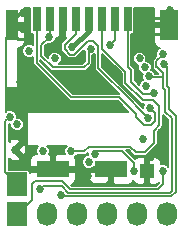
<source format=gbl>
G04 #@! TF.FileFunction,Copper,L4,Bot,Signal*
%FSLAX46Y46*%
G04 Gerber Fmt 4.6, Leading zero omitted, Abs format (unit mm)*
G04 Created by KiCad (PCBNEW 4.0.2-stable) date 4/18/2016 11:06:15 PM*
%MOMM*%
G01*
G04 APERTURE LIST*
%ADD10C,0.100000*%
%ADD11R,0.700000X2.000000*%
%ADD12R,1.000000X2.600000*%
%ADD13R,1.500000X2.600000*%
%ADD14R,2.700000X1.400000*%
%ADD15R,1.200000X1.200000*%
%ADD16C,0.685800*%
%ADD17R,1.727200X2.032000*%
%ADD18O,1.727200X2.032000*%
%ADD19C,0.254000*%
%ADD20C,0.152400*%
%ADD21C,0.381000*%
%ADD22C,0.155000*%
G04 APERTURE END LIST*
D10*
D11*
X193404500Y-97788500D03*
X194504500Y-97788500D03*
X195604500Y-97788500D03*
X196704500Y-97788500D03*
X197804500Y-97788500D03*
X198904500Y-97788500D03*
X200004500Y-97788500D03*
X201104500Y-97788500D03*
D12*
X191304500Y-98288500D03*
D13*
X204654500Y-98288500D03*
D14*
X194804500Y-110488500D03*
X199704500Y-110488500D03*
D15*
X202754500Y-110588500D03*
D16*
X191579500Y-108839000D03*
X202692000Y-103441500D03*
D17*
X191770000Y-111760000D03*
X191770000Y-114300000D03*
D18*
X194310000Y-114300000D03*
X196850000Y-114300000D03*
X199390000Y-114300000D03*
X201930000Y-114300000D03*
X204470000Y-114300000D03*
D16*
X203073000Y-109410500D03*
X204660500Y-96964500D03*
X197739000Y-111061500D03*
X192278000Y-97282000D03*
X192278000Y-98615500D03*
X195580000Y-99314000D03*
X200305250Y-105164750D03*
X196442750Y-105164750D03*
X200305250Y-102589750D03*
X196442750Y-102589750D03*
X192024000Y-103124000D03*
X191706500Y-105410000D03*
X193929000Y-108966000D03*
X202438000Y-107950000D03*
X197802500Y-109855000D03*
X192786000Y-100457000D03*
X196405500Y-100139500D03*
X202565000Y-101854000D03*
X194945000Y-101092000D03*
X191770000Y-106680000D03*
X191135000Y-106045000D03*
X204089000Y-110617000D03*
X203009500Y-105283000D03*
X194437000Y-99314000D03*
X197993000Y-100266500D03*
X202819000Y-106108500D03*
X196342000Y-108966000D03*
X199580500Y-99949000D03*
X203327000Y-104013000D03*
X193675000Y-112141000D03*
X202946000Y-102616000D03*
X204089000Y-100711000D03*
X204152500Y-101600000D03*
X195453000Y-112649000D03*
X198310500Y-109156500D03*
X202120500Y-101092000D03*
X201612500Y-110617000D03*
D19*
X191304500Y-98288500D02*
X191304500Y-98912000D01*
X191304500Y-98912000D02*
X191833500Y-99441000D01*
X191833500Y-99441000D02*
X192595500Y-99441000D01*
D20*
X194804500Y-110488500D02*
X192911500Y-110488500D01*
X191643000Y-109220000D02*
X191643000Y-108585000D01*
X192911500Y-110488500D02*
X191643000Y-109220000D01*
X191304500Y-98288500D02*
X191304500Y-98827000D01*
X191304500Y-98827000D02*
X190817500Y-99314000D01*
X190817500Y-99314000D02*
X190817500Y-100330000D01*
X202754500Y-110588500D02*
X202754500Y-109729000D01*
X202754500Y-109729000D02*
X203073000Y-109410500D01*
D19*
X204654500Y-98288500D02*
X204654500Y-96970500D01*
X204654500Y-96970500D02*
X204660500Y-96964500D01*
X199704500Y-110488500D02*
X194804500Y-110488500D01*
X197739000Y-111061500D02*
X197739000Y-111379000D01*
X199704500Y-111318500D02*
X199704500Y-110488500D01*
X199263000Y-111760000D02*
X199704500Y-111318500D01*
X198120000Y-111760000D02*
X199263000Y-111760000D01*
X197739000Y-111379000D02*
X198120000Y-111760000D01*
X204654500Y-98288500D02*
X204606500Y-98288500D01*
X204606500Y-98288500D02*
X203835000Y-99060000D01*
X203835000Y-99060000D02*
X203136500Y-99060000D01*
X204654500Y-98288500D02*
X204524000Y-98288500D01*
X204524000Y-98288500D02*
X203898500Y-97663000D01*
X203898500Y-97663000D02*
X203073000Y-97663000D01*
X191304500Y-98288500D02*
X191304500Y-98001500D01*
X191304500Y-98001500D02*
X192024000Y-97282000D01*
X192024000Y-97282000D02*
X192278000Y-97282000D01*
X191304500Y-98288500D02*
X191316000Y-98288500D01*
X191316000Y-98288500D02*
X191643000Y-98615500D01*
X191643000Y-98615500D02*
X192278000Y-98615500D01*
X191304500Y-98288500D02*
X191652500Y-98288500D01*
D21*
X195604500Y-99289500D02*
X195580000Y-99314000D01*
X195604500Y-97788500D02*
X195604500Y-99289500D01*
D19*
X200279000Y-105156000D02*
X200296500Y-105156000D01*
X200296500Y-105156000D02*
X200305250Y-105164750D01*
X196434000Y-105156000D02*
X196342000Y-105156000D01*
X196442750Y-105164750D02*
X196434000Y-105156000D01*
X200305250Y-102589750D02*
X200279000Y-102616000D01*
X196416500Y-102616000D02*
X196342000Y-102616000D01*
X196442750Y-102589750D02*
X196416500Y-102616000D01*
D21*
X197804500Y-97788500D02*
X197804500Y-98740500D01*
X197804500Y-98740500D02*
X196405500Y-100139500D01*
D20*
X190754000Y-110744000D02*
X191770000Y-111760000D01*
X190754000Y-106426000D02*
X190754000Y-110744000D01*
X191135000Y-106045000D02*
X190754000Y-106426000D01*
X192024000Y-111506000D02*
X191770000Y-111760000D01*
X192976500Y-113093500D02*
X191770000Y-114300000D01*
X193230500Y-111506000D02*
X192976500Y-111760000D01*
X192976500Y-111760000D02*
X192976500Y-113093500D01*
X193230500Y-111506000D02*
X193421000Y-111506000D01*
X195580000Y-111506000D02*
X193230500Y-111506000D01*
X196240396Y-112166396D02*
X195580000Y-111506000D01*
X203682604Y-112166396D02*
X196240396Y-112166396D01*
X204089000Y-111760000D02*
X203682604Y-112166396D01*
X204089000Y-110617000D02*
X204089000Y-111760000D01*
X203422250Y-105695750D02*
X203422250Y-106394250D01*
X203009500Y-105283000D02*
X203422250Y-105695750D01*
X193404500Y-101456500D02*
X193404500Y-97788500D01*
X196342000Y-104394000D02*
X193404500Y-101456500D01*
X200406000Y-104394000D02*
X196342000Y-104394000D01*
X201803000Y-105791000D02*
X200406000Y-104394000D01*
X201803000Y-106045000D02*
X201803000Y-105791000D01*
X202501500Y-106743500D02*
X201803000Y-106045000D01*
X203073000Y-106743500D02*
X202501500Y-106743500D01*
X203422250Y-106394250D02*
X203073000Y-106743500D01*
X194504500Y-97788500D02*
X194504500Y-99246500D01*
X194504500Y-99246500D02*
X193802000Y-99949000D01*
X197802500Y-100457000D02*
X197802500Y-101473000D01*
X197993000Y-100266500D02*
X197802500Y-100457000D01*
X197802500Y-101473000D02*
X197421500Y-101854000D01*
X197421500Y-101854000D02*
X194754500Y-101854000D01*
X194754500Y-101854000D02*
X193802000Y-100901500D01*
X193802000Y-100901500D02*
X193802000Y-99949000D01*
X198628000Y-101917500D02*
X198628000Y-100076000D01*
X198183500Y-99631500D02*
X198628000Y-100076000D01*
X196596000Y-100774500D02*
X197739000Y-99631500D01*
X196215000Y-100774500D02*
X196596000Y-100774500D01*
X195770500Y-100330000D02*
X196215000Y-100774500D01*
X195770500Y-99949000D02*
X195770500Y-100330000D01*
X196704500Y-99015000D02*
X195770500Y-99949000D01*
X196704500Y-99015000D02*
X196704500Y-97788500D01*
X198183500Y-99631500D02*
X197739000Y-99631500D01*
X198882000Y-102171500D02*
X198628000Y-101917500D01*
X202247500Y-105537000D02*
X201104500Y-104394000D01*
X202247500Y-105537000D02*
X202819000Y-106108500D01*
X198882000Y-102171500D02*
X198628000Y-101917500D01*
X201104500Y-104394000D02*
X198882000Y-102171500D01*
X203377800Y-107124500D02*
X203390500Y-107124500D01*
X203377800Y-108229400D02*
X203377800Y-107124500D01*
X202565000Y-109042200D02*
X203377800Y-108229400D01*
X201828400Y-109042200D02*
X202565000Y-109042200D01*
X201333100Y-108546900D02*
X201828400Y-109042200D01*
X203390500Y-107124500D02*
X203771500Y-106743500D01*
X202374500Y-104648000D02*
X203263500Y-104648000D01*
X203771500Y-105156000D02*
X203263500Y-104648000D01*
X203771500Y-105156000D02*
X203771500Y-106743500D01*
X198945500Y-100203000D02*
X198945500Y-100266500D01*
X198945500Y-100266500D02*
X200914000Y-102235000D01*
X200914000Y-102235000D02*
X200914000Y-103187500D01*
X200914000Y-103187500D02*
X202374500Y-104648000D01*
X198945500Y-98806000D02*
X198904500Y-98765000D01*
X198945500Y-98806000D02*
X198945500Y-100203000D01*
X201295000Y-108546900D02*
X201333100Y-108546900D01*
X197827900Y-108546900D02*
X201295000Y-108546900D01*
X201295000Y-108546900D02*
X201333100Y-108546900D01*
X196342000Y-108966000D02*
X197408800Y-108966000D01*
X197408800Y-108966000D02*
X197827900Y-108546900D01*
X198904500Y-97788500D02*
X198904500Y-98765000D01*
X200004500Y-99525000D02*
X200004500Y-97788500D01*
X199580500Y-99949000D02*
X200004500Y-99525000D01*
X201104500Y-97788500D02*
X201104500Y-101790500D01*
X201422000Y-102108000D02*
X201104500Y-101790500D01*
X201422000Y-103060500D02*
X201422000Y-102108000D01*
X202438000Y-104076500D02*
X201422000Y-103060500D01*
X203263500Y-104076500D02*
X202438000Y-104076500D01*
X203327000Y-104013000D02*
X203263500Y-104076500D01*
X195516500Y-111887000D02*
X193929000Y-111887000D01*
X204089000Y-102679500D02*
X204089000Y-103568500D01*
X196100698Y-112471198D02*
X195516500Y-111887000D01*
X204661246Y-112471198D02*
X196100698Y-112471198D01*
X204851000Y-112281444D02*
X204661246Y-112471198D01*
X204851000Y-106172000D02*
X204851000Y-112281444D01*
X204279500Y-103759000D02*
X204279500Y-104190056D01*
X204089000Y-103568500D02*
X204279500Y-103759000D01*
X204279500Y-105600500D02*
X204851000Y-106172000D01*
X204279500Y-104190056D02*
X204279500Y-105600500D01*
X193929000Y-111887000D02*
X193675000Y-112141000D01*
X203549250Y-101854000D02*
X203581000Y-101854000D01*
X204089000Y-102362000D02*
X204089000Y-102679500D01*
X203581000Y-101854000D02*
X204089000Y-102362000D01*
X203549250Y-101314250D02*
X203549250Y-101854000D01*
X204089000Y-102679500D02*
X203009500Y-102679500D01*
X203009500Y-102679500D02*
X202946000Y-102616000D01*
X204089000Y-100711000D02*
X204089000Y-100774500D01*
X204089000Y-100774500D02*
X203549250Y-101314250D01*
X204787500Y-112776000D02*
X195580000Y-112776000D01*
X204406500Y-101854000D02*
X204152500Y-101600000D01*
X204597000Y-103632000D02*
X204597000Y-104076500D01*
X205168500Y-105981500D02*
X205168500Y-112395000D01*
X205168500Y-112395000D02*
X204787500Y-112776000D01*
X204406500Y-103378000D02*
X204406500Y-103441500D01*
X204406500Y-103441500D02*
X204597000Y-103632000D01*
X204406500Y-103378000D02*
X204406500Y-101854000D01*
X204597000Y-105410000D02*
X205168500Y-105981500D01*
X204597000Y-104076500D02*
X204597000Y-105410000D01*
X195580000Y-112776000D02*
X195453000Y-112649000D01*
X198501000Y-108966000D02*
X198564500Y-108966000D01*
X198310500Y-109156500D02*
X198501000Y-108966000D01*
X201612500Y-109918500D02*
X201612500Y-110617000D01*
X200660000Y-108966000D02*
X201612500Y-109918500D01*
X198247000Y-108966000D02*
X198564500Y-108966000D01*
X198564500Y-108966000D02*
X200660000Y-108966000D01*
D22*
G36*
X192817446Y-98788500D02*
X192833658Y-98874659D01*
X192884578Y-98953791D01*
X192962273Y-99006877D01*
X193054500Y-99025554D01*
X193095800Y-99025554D01*
X193095800Y-99962606D01*
X192900956Y-99881700D01*
X192672048Y-99881500D01*
X192460488Y-99968915D01*
X192298484Y-100130636D01*
X192210700Y-100342044D01*
X192210500Y-100570952D01*
X192297915Y-100782512D01*
X192459636Y-100944516D01*
X192671044Y-101032300D01*
X192899952Y-101032500D01*
X193095800Y-100951577D01*
X193095800Y-101456500D01*
X193119298Y-101574635D01*
X193186216Y-101674784D01*
X196123716Y-104612284D01*
X196223866Y-104679202D01*
X196342000Y-104702700D01*
X200278132Y-104702700D01*
X201161932Y-105586500D01*
X192659000Y-105586500D01*
X192628848Y-105592606D01*
X192603447Y-105609962D01*
X192586800Y-105635832D01*
X192581500Y-105664000D01*
X192581500Y-108458000D01*
X192587606Y-108488152D01*
X192604962Y-108513553D01*
X192630832Y-108530200D01*
X192659000Y-108535500D01*
X193545802Y-108535500D01*
X193441484Y-108639636D01*
X193353700Y-108851044D01*
X193353500Y-109079952D01*
X193404343Y-109203000D01*
X193338037Y-109203000D01*
X193122841Y-109292137D01*
X192958137Y-109456841D01*
X192869000Y-109672037D01*
X192869000Y-110165625D01*
X193015375Y-110312000D01*
X194628000Y-110312000D01*
X194628000Y-109349375D01*
X194481625Y-109203000D01*
X194453623Y-109203000D01*
X194504300Y-109080956D01*
X194504500Y-108852048D01*
X194417085Y-108640488D01*
X194312280Y-108535500D01*
X195958802Y-108535500D01*
X195854484Y-108639636D01*
X195766700Y-108851044D01*
X195766500Y-109079952D01*
X195817343Y-109203000D01*
X195127375Y-109203000D01*
X194981000Y-109349375D01*
X194981000Y-110312000D01*
X196593625Y-110312000D01*
X196740000Y-110165625D01*
X196740000Y-109672037D01*
X196652321Y-109460362D01*
X196667512Y-109454085D01*
X196829516Y-109292364D01*
X196836851Y-109274700D01*
X197408800Y-109274700D01*
X197526935Y-109251202D01*
X197627084Y-109184284D01*
X197735170Y-109076198D01*
X197735000Y-109270452D01*
X197738757Y-109279544D01*
X197688548Y-109279500D01*
X197476988Y-109366915D01*
X197314984Y-109528636D01*
X197227200Y-109740044D01*
X197227000Y-109968952D01*
X197314415Y-110180512D01*
X197476136Y-110342516D01*
X197687544Y-110430300D01*
X197916452Y-110430500D01*
X198128012Y-110343085D01*
X198159151Y-110312000D01*
X199528000Y-110312000D01*
X199528000Y-110292000D01*
X199881000Y-110292000D01*
X199881000Y-110312000D01*
X199901000Y-110312000D01*
X199901000Y-110665000D01*
X199881000Y-110665000D01*
X199881000Y-111627625D01*
X200027375Y-111774000D01*
X201170963Y-111774000D01*
X201386159Y-111684863D01*
X201550863Y-111520159D01*
X201604500Y-111390668D01*
X201658137Y-111520159D01*
X201822841Y-111684863D01*
X202038037Y-111774000D01*
X202431625Y-111774000D01*
X202578000Y-111627625D01*
X202578000Y-110765000D01*
X202558000Y-110765000D01*
X202558000Y-110412000D01*
X202578000Y-110412000D01*
X202578000Y-109549375D01*
X202431625Y-109403000D01*
X202038037Y-109403000D01*
X201822841Y-109492137D01*
X201722773Y-109592205D01*
X200986168Y-108855600D01*
X201205232Y-108855600D01*
X201610116Y-109260484D01*
X201710265Y-109327402D01*
X201828400Y-109350900D01*
X202565000Y-109350900D01*
X202683135Y-109327402D01*
X202783284Y-109260484D01*
X203596084Y-108447684D01*
X203663002Y-108347535D01*
X203686500Y-108229400D01*
X203686500Y-107265068D01*
X203989784Y-106961784D01*
X204056701Y-106861635D01*
X204056702Y-106861634D01*
X204080200Y-106743500D01*
X204080200Y-105837768D01*
X204542300Y-106299868D01*
X204542300Y-110256642D01*
X204415364Y-110129484D01*
X204203956Y-110041700D01*
X203975048Y-110041500D01*
X203940000Y-110055982D01*
X203940000Y-109872037D01*
X203850863Y-109656841D01*
X203686159Y-109492137D01*
X203470963Y-109403000D01*
X203077375Y-109403000D01*
X202931000Y-109549375D01*
X202931000Y-110412000D01*
X202951000Y-110412000D01*
X202951000Y-110765000D01*
X202931000Y-110765000D01*
X202931000Y-111627625D01*
X203077375Y-111774000D01*
X203470963Y-111774000D01*
X203686159Y-111684863D01*
X203780300Y-111590722D01*
X203780300Y-111632132D01*
X203554736Y-111857696D01*
X196368264Y-111857696D01*
X196280583Y-111770015D01*
X196486159Y-111684863D01*
X196650863Y-111520159D01*
X196740000Y-111304963D01*
X196740000Y-110811375D01*
X197769000Y-110811375D01*
X197769000Y-111304963D01*
X197858137Y-111520159D01*
X198022841Y-111684863D01*
X198238037Y-111774000D01*
X199381625Y-111774000D01*
X199528000Y-111627625D01*
X199528000Y-110665000D01*
X197915375Y-110665000D01*
X197769000Y-110811375D01*
X196740000Y-110811375D01*
X196593625Y-110665000D01*
X194981000Y-110665000D01*
X194981000Y-110685000D01*
X194628000Y-110685000D01*
X194628000Y-110665000D01*
X193015375Y-110665000D01*
X192870654Y-110809721D01*
X192870654Y-110744000D01*
X192854442Y-110657841D01*
X192803522Y-110578709D01*
X192725827Y-110525623D01*
X192633600Y-110506946D01*
X191062700Y-110506946D01*
X191062700Y-109605411D01*
X191148847Y-109519264D01*
X191171018Y-109692916D01*
X191528891Y-109784235D01*
X191894469Y-109731650D01*
X191987982Y-109692916D01*
X192010962Y-109512929D01*
X191579500Y-109081467D01*
X191561787Y-109099180D01*
X191319320Y-108856713D01*
X191337033Y-108839000D01*
X191821967Y-108839000D01*
X192253429Y-109270462D01*
X192433416Y-109247482D01*
X192524735Y-108889609D01*
X192472150Y-108524031D01*
X192433416Y-108430518D01*
X192253429Y-108407538D01*
X191821967Y-108839000D01*
X191337033Y-108839000D01*
X191319320Y-108821287D01*
X191561787Y-108578820D01*
X191579500Y-108596533D01*
X192010962Y-108165071D01*
X191987982Y-107985084D01*
X191630109Y-107893765D01*
X191264531Y-107946350D01*
X191171018Y-107985084D01*
X191148847Y-108158736D01*
X191062700Y-108072589D01*
X191062700Y-106620337D01*
X191194652Y-106620453D01*
X191194500Y-106793952D01*
X191281915Y-107005512D01*
X191443636Y-107167516D01*
X191655044Y-107255300D01*
X191883952Y-107255500D01*
X192095512Y-107168085D01*
X192257516Y-107006364D01*
X192345300Y-106794956D01*
X192345500Y-106566048D01*
X192258085Y-106354488D01*
X192096364Y-106192484D01*
X191884956Y-106104700D01*
X191710348Y-106104547D01*
X191710500Y-105931048D01*
X191623085Y-105719488D01*
X191461364Y-105557484D01*
X191249956Y-105469700D01*
X191021048Y-105469500D01*
X190809488Y-105556915D01*
X190782500Y-105583856D01*
X190782500Y-100174000D01*
X190803500Y-100174000D01*
X190803500Y-103505000D01*
X190809606Y-103535152D01*
X190826962Y-103560553D01*
X190852832Y-103577200D01*
X190881000Y-103582500D01*
X191770000Y-103582500D01*
X191800152Y-103576394D01*
X191825553Y-103559038D01*
X191842200Y-103533168D01*
X191847500Y-103505000D01*
X191847500Y-100174000D01*
X191920963Y-100174000D01*
X192136159Y-100084863D01*
X192300863Y-99920159D01*
X192390000Y-99704963D01*
X192390000Y-98611375D01*
X192243625Y-98465000D01*
X191481000Y-98465000D01*
X191481000Y-98485000D01*
X191128000Y-98485000D01*
X191128000Y-98465000D01*
X191108000Y-98465000D01*
X191108000Y-98112000D01*
X191128000Y-98112000D01*
X191128000Y-98092000D01*
X191481000Y-98092000D01*
X191481000Y-98112000D01*
X192243625Y-98112000D01*
X192390000Y-97965625D01*
X192390000Y-96872037D01*
X192361197Y-96802500D01*
X192817446Y-96802500D01*
X192817446Y-98788500D01*
X192817446Y-98788500D01*
G37*
X192817446Y-98788500D02*
X192833658Y-98874659D01*
X192884578Y-98953791D01*
X192962273Y-99006877D01*
X193054500Y-99025554D01*
X193095800Y-99025554D01*
X193095800Y-99962606D01*
X192900956Y-99881700D01*
X192672048Y-99881500D01*
X192460488Y-99968915D01*
X192298484Y-100130636D01*
X192210700Y-100342044D01*
X192210500Y-100570952D01*
X192297915Y-100782512D01*
X192459636Y-100944516D01*
X192671044Y-101032300D01*
X192899952Y-101032500D01*
X193095800Y-100951577D01*
X193095800Y-101456500D01*
X193119298Y-101574635D01*
X193186216Y-101674784D01*
X196123716Y-104612284D01*
X196223866Y-104679202D01*
X196342000Y-104702700D01*
X200278132Y-104702700D01*
X201161932Y-105586500D01*
X192659000Y-105586500D01*
X192628848Y-105592606D01*
X192603447Y-105609962D01*
X192586800Y-105635832D01*
X192581500Y-105664000D01*
X192581500Y-108458000D01*
X192587606Y-108488152D01*
X192604962Y-108513553D01*
X192630832Y-108530200D01*
X192659000Y-108535500D01*
X193545802Y-108535500D01*
X193441484Y-108639636D01*
X193353700Y-108851044D01*
X193353500Y-109079952D01*
X193404343Y-109203000D01*
X193338037Y-109203000D01*
X193122841Y-109292137D01*
X192958137Y-109456841D01*
X192869000Y-109672037D01*
X192869000Y-110165625D01*
X193015375Y-110312000D01*
X194628000Y-110312000D01*
X194628000Y-109349375D01*
X194481625Y-109203000D01*
X194453623Y-109203000D01*
X194504300Y-109080956D01*
X194504500Y-108852048D01*
X194417085Y-108640488D01*
X194312280Y-108535500D01*
X195958802Y-108535500D01*
X195854484Y-108639636D01*
X195766700Y-108851044D01*
X195766500Y-109079952D01*
X195817343Y-109203000D01*
X195127375Y-109203000D01*
X194981000Y-109349375D01*
X194981000Y-110312000D01*
X196593625Y-110312000D01*
X196740000Y-110165625D01*
X196740000Y-109672037D01*
X196652321Y-109460362D01*
X196667512Y-109454085D01*
X196829516Y-109292364D01*
X196836851Y-109274700D01*
X197408800Y-109274700D01*
X197526935Y-109251202D01*
X197627084Y-109184284D01*
X197735170Y-109076198D01*
X197735000Y-109270452D01*
X197738757Y-109279544D01*
X197688548Y-109279500D01*
X197476988Y-109366915D01*
X197314984Y-109528636D01*
X197227200Y-109740044D01*
X197227000Y-109968952D01*
X197314415Y-110180512D01*
X197476136Y-110342516D01*
X197687544Y-110430300D01*
X197916452Y-110430500D01*
X198128012Y-110343085D01*
X198159151Y-110312000D01*
X199528000Y-110312000D01*
X199528000Y-110292000D01*
X199881000Y-110292000D01*
X199881000Y-110312000D01*
X199901000Y-110312000D01*
X199901000Y-110665000D01*
X199881000Y-110665000D01*
X199881000Y-111627625D01*
X200027375Y-111774000D01*
X201170963Y-111774000D01*
X201386159Y-111684863D01*
X201550863Y-111520159D01*
X201604500Y-111390668D01*
X201658137Y-111520159D01*
X201822841Y-111684863D01*
X202038037Y-111774000D01*
X202431625Y-111774000D01*
X202578000Y-111627625D01*
X202578000Y-110765000D01*
X202558000Y-110765000D01*
X202558000Y-110412000D01*
X202578000Y-110412000D01*
X202578000Y-109549375D01*
X202431625Y-109403000D01*
X202038037Y-109403000D01*
X201822841Y-109492137D01*
X201722773Y-109592205D01*
X200986168Y-108855600D01*
X201205232Y-108855600D01*
X201610116Y-109260484D01*
X201710265Y-109327402D01*
X201828400Y-109350900D01*
X202565000Y-109350900D01*
X202683135Y-109327402D01*
X202783284Y-109260484D01*
X203596084Y-108447684D01*
X203663002Y-108347535D01*
X203686500Y-108229400D01*
X203686500Y-107265068D01*
X203989784Y-106961784D01*
X204056701Y-106861635D01*
X204056702Y-106861634D01*
X204080200Y-106743500D01*
X204080200Y-105837768D01*
X204542300Y-106299868D01*
X204542300Y-110256642D01*
X204415364Y-110129484D01*
X204203956Y-110041700D01*
X203975048Y-110041500D01*
X203940000Y-110055982D01*
X203940000Y-109872037D01*
X203850863Y-109656841D01*
X203686159Y-109492137D01*
X203470963Y-109403000D01*
X203077375Y-109403000D01*
X202931000Y-109549375D01*
X202931000Y-110412000D01*
X202951000Y-110412000D01*
X202951000Y-110765000D01*
X202931000Y-110765000D01*
X202931000Y-111627625D01*
X203077375Y-111774000D01*
X203470963Y-111774000D01*
X203686159Y-111684863D01*
X203780300Y-111590722D01*
X203780300Y-111632132D01*
X203554736Y-111857696D01*
X196368264Y-111857696D01*
X196280583Y-111770015D01*
X196486159Y-111684863D01*
X196650863Y-111520159D01*
X196740000Y-111304963D01*
X196740000Y-110811375D01*
X197769000Y-110811375D01*
X197769000Y-111304963D01*
X197858137Y-111520159D01*
X198022841Y-111684863D01*
X198238037Y-111774000D01*
X199381625Y-111774000D01*
X199528000Y-111627625D01*
X199528000Y-110665000D01*
X197915375Y-110665000D01*
X197769000Y-110811375D01*
X196740000Y-110811375D01*
X196593625Y-110665000D01*
X194981000Y-110665000D01*
X194981000Y-110685000D01*
X194628000Y-110685000D01*
X194628000Y-110665000D01*
X193015375Y-110665000D01*
X192870654Y-110809721D01*
X192870654Y-110744000D01*
X192854442Y-110657841D01*
X192803522Y-110578709D01*
X192725827Y-110525623D01*
X192633600Y-110506946D01*
X191062700Y-110506946D01*
X191062700Y-109605411D01*
X191148847Y-109519264D01*
X191171018Y-109692916D01*
X191528891Y-109784235D01*
X191894469Y-109731650D01*
X191987982Y-109692916D01*
X192010962Y-109512929D01*
X191579500Y-109081467D01*
X191561787Y-109099180D01*
X191319320Y-108856713D01*
X191337033Y-108839000D01*
X191821967Y-108839000D01*
X192253429Y-109270462D01*
X192433416Y-109247482D01*
X192524735Y-108889609D01*
X192472150Y-108524031D01*
X192433416Y-108430518D01*
X192253429Y-108407538D01*
X191821967Y-108839000D01*
X191337033Y-108839000D01*
X191319320Y-108821287D01*
X191561787Y-108578820D01*
X191579500Y-108596533D01*
X192010962Y-108165071D01*
X191987982Y-107985084D01*
X191630109Y-107893765D01*
X191264531Y-107946350D01*
X191171018Y-107985084D01*
X191148847Y-108158736D01*
X191062700Y-108072589D01*
X191062700Y-106620337D01*
X191194652Y-106620453D01*
X191194500Y-106793952D01*
X191281915Y-107005512D01*
X191443636Y-107167516D01*
X191655044Y-107255300D01*
X191883952Y-107255500D01*
X192095512Y-107168085D01*
X192257516Y-107006364D01*
X192345300Y-106794956D01*
X192345500Y-106566048D01*
X192258085Y-106354488D01*
X192096364Y-106192484D01*
X191884956Y-106104700D01*
X191710348Y-106104547D01*
X191710500Y-105931048D01*
X191623085Y-105719488D01*
X191461364Y-105557484D01*
X191249956Y-105469700D01*
X191021048Y-105469500D01*
X190809488Y-105556915D01*
X190782500Y-105583856D01*
X190782500Y-100174000D01*
X190803500Y-100174000D01*
X190803500Y-103505000D01*
X190809606Y-103535152D01*
X190826962Y-103560553D01*
X190852832Y-103577200D01*
X190881000Y-103582500D01*
X191770000Y-103582500D01*
X191800152Y-103576394D01*
X191825553Y-103559038D01*
X191842200Y-103533168D01*
X191847500Y-103505000D01*
X191847500Y-100174000D01*
X191920963Y-100174000D01*
X192136159Y-100084863D01*
X192300863Y-99920159D01*
X192390000Y-99704963D01*
X192390000Y-98611375D01*
X192243625Y-98465000D01*
X191481000Y-98465000D01*
X191481000Y-98485000D01*
X191128000Y-98485000D01*
X191128000Y-98465000D01*
X191108000Y-98465000D01*
X191108000Y-98112000D01*
X191128000Y-98112000D01*
X191128000Y-98092000D01*
X191481000Y-98092000D01*
X191481000Y-98112000D01*
X192243625Y-98112000D01*
X192390000Y-97965625D01*
X192390000Y-96872037D01*
X192361197Y-96802500D01*
X192817446Y-96802500D01*
X192817446Y-98788500D01*
G36*
X200605300Y-102362868D02*
X200605300Y-103187500D01*
X200628798Y-103305635D01*
X200695716Y-103405784D01*
X202156216Y-104866284D01*
X202256365Y-104933202D01*
X202374500Y-104956700D01*
X202521957Y-104956700D01*
X202434200Y-105168044D01*
X202434096Y-105287028D01*
X198936700Y-101789632D01*
X198936700Y-100694268D01*
X200605300Y-102362868D01*
X200605300Y-102362868D01*
G37*
X200605300Y-102362868D02*
X200605300Y-103187500D01*
X200628798Y-103305635D01*
X200695716Y-103405784D01*
X202156216Y-104866284D01*
X202256365Y-104933202D01*
X202374500Y-104956700D01*
X202521957Y-104956700D01*
X202434200Y-105168044D01*
X202434096Y-105287028D01*
X198936700Y-101789632D01*
X198936700Y-100694268D01*
X200605300Y-102362868D01*
G36*
X198319300Y-101917500D02*
X198342798Y-102035635D01*
X198409716Y-102135784D01*
X200359232Y-104085300D01*
X196469868Y-104085300D01*
X193713200Y-101328632D01*
X193713200Y-101249268D01*
X194536216Y-102072284D01*
X194636366Y-102139202D01*
X194754500Y-102162700D01*
X197421500Y-102162700D01*
X197539635Y-102139202D01*
X197639784Y-102072284D01*
X198020784Y-101691284D01*
X198036676Y-101667500D01*
X198087702Y-101591134D01*
X198111200Y-101473000D01*
X198111200Y-100840245D01*
X198318512Y-100754585D01*
X198319300Y-100753798D01*
X198319300Y-101917500D01*
X198319300Y-101917500D01*
G37*
X198319300Y-101917500D02*
X198342798Y-102035635D01*
X198409716Y-102135784D01*
X200359232Y-104085300D01*
X196469868Y-104085300D01*
X193713200Y-101328632D01*
X193713200Y-101249268D01*
X194536216Y-102072284D01*
X194636366Y-102139202D01*
X194754500Y-102162700D01*
X197421500Y-102162700D01*
X197539635Y-102139202D01*
X197639784Y-102072284D01*
X198020784Y-101691284D01*
X198036676Y-101667500D01*
X198087702Y-101591134D01*
X198111200Y-101473000D01*
X198111200Y-100840245D01*
X198318512Y-100754585D01*
X198319300Y-100753798D01*
X198319300Y-101917500D01*
G36*
X203319000Y-96872037D02*
X203319000Y-97965625D01*
X203465375Y-98112000D01*
X204478000Y-98112000D01*
X204478000Y-98092000D01*
X204831000Y-98092000D01*
X204831000Y-98112000D01*
X204851000Y-98112000D01*
X204851000Y-98465000D01*
X204831000Y-98465000D01*
X204831000Y-98485000D01*
X204478000Y-98485000D01*
X204478000Y-98465000D01*
X203465375Y-98465000D01*
X203319000Y-98611375D01*
X203319000Y-99704963D01*
X203408137Y-99920159D01*
X203572841Y-100084863D01*
X203788037Y-100174000D01*
X203881871Y-100174000D01*
X203763488Y-100222915D01*
X203601484Y-100384636D01*
X203513700Y-100596044D01*
X203513500Y-100824952D01*
X203539370Y-100887562D01*
X203330966Y-101095966D01*
X203264048Y-101196115D01*
X203246070Y-101286500D01*
X203240550Y-101314250D01*
X203240550Y-101854000D01*
X203264048Y-101972134D01*
X203330966Y-102072284D01*
X203426650Y-102136218D01*
X203661232Y-102370800D01*
X203467269Y-102370800D01*
X203434085Y-102290488D01*
X203272364Y-102128484D01*
X203103222Y-102058250D01*
X203140300Y-101968956D01*
X203140500Y-101740048D01*
X203053085Y-101528488D01*
X202891364Y-101366484D01*
X202679956Y-101278700D01*
X202666014Y-101278688D01*
X202695800Y-101206956D01*
X202696000Y-100978048D01*
X202608585Y-100766488D01*
X202446864Y-100604484D01*
X202235456Y-100516700D01*
X202006548Y-100516500D01*
X201794988Y-100603915D01*
X201632984Y-100765636D01*
X201545200Y-100977044D01*
X201545000Y-101205952D01*
X201632415Y-101417512D01*
X201794136Y-101579516D01*
X202005544Y-101667300D01*
X202019486Y-101667312D01*
X201989700Y-101739044D01*
X201989500Y-101967952D01*
X202076915Y-102179512D01*
X202238636Y-102341516D01*
X202407778Y-102411750D01*
X202370700Y-102501044D01*
X202370500Y-102729952D01*
X202448783Y-102919411D01*
X202366488Y-102953415D01*
X202204484Y-103115136D01*
X202119021Y-103320953D01*
X201730700Y-102932632D01*
X201730700Y-102108000D01*
X201707202Y-101989866D01*
X201707202Y-101989865D01*
X201640284Y-101889716D01*
X201413200Y-101662632D01*
X201413200Y-99025554D01*
X201454500Y-99025554D01*
X201540659Y-99009342D01*
X201619791Y-98958422D01*
X201672877Y-98880727D01*
X201691554Y-98788500D01*
X201691554Y-96802500D01*
X203347803Y-96802500D01*
X203319000Y-96872037D01*
X203319000Y-96872037D01*
G37*
X203319000Y-96872037D02*
X203319000Y-97965625D01*
X203465375Y-98112000D01*
X204478000Y-98112000D01*
X204478000Y-98092000D01*
X204831000Y-98092000D01*
X204831000Y-98112000D01*
X204851000Y-98112000D01*
X204851000Y-98465000D01*
X204831000Y-98465000D01*
X204831000Y-98485000D01*
X204478000Y-98485000D01*
X204478000Y-98465000D01*
X203465375Y-98465000D01*
X203319000Y-98611375D01*
X203319000Y-99704963D01*
X203408137Y-99920159D01*
X203572841Y-100084863D01*
X203788037Y-100174000D01*
X203881871Y-100174000D01*
X203763488Y-100222915D01*
X203601484Y-100384636D01*
X203513700Y-100596044D01*
X203513500Y-100824952D01*
X203539370Y-100887562D01*
X203330966Y-101095966D01*
X203264048Y-101196115D01*
X203246070Y-101286500D01*
X203240550Y-101314250D01*
X203240550Y-101854000D01*
X203264048Y-101972134D01*
X203330966Y-102072284D01*
X203426650Y-102136218D01*
X203661232Y-102370800D01*
X203467269Y-102370800D01*
X203434085Y-102290488D01*
X203272364Y-102128484D01*
X203103222Y-102058250D01*
X203140300Y-101968956D01*
X203140500Y-101740048D01*
X203053085Y-101528488D01*
X202891364Y-101366484D01*
X202679956Y-101278700D01*
X202666014Y-101278688D01*
X202695800Y-101206956D01*
X202696000Y-100978048D01*
X202608585Y-100766488D01*
X202446864Y-100604484D01*
X202235456Y-100516700D01*
X202006548Y-100516500D01*
X201794988Y-100603915D01*
X201632984Y-100765636D01*
X201545200Y-100977044D01*
X201545000Y-101205952D01*
X201632415Y-101417512D01*
X201794136Y-101579516D01*
X202005544Y-101667300D01*
X202019486Y-101667312D01*
X201989700Y-101739044D01*
X201989500Y-101967952D01*
X202076915Y-102179512D01*
X202238636Y-102341516D01*
X202407778Y-102411750D01*
X202370700Y-102501044D01*
X202370500Y-102729952D01*
X202448783Y-102919411D01*
X202366488Y-102953415D01*
X202204484Y-103115136D01*
X202119021Y-103320953D01*
X201730700Y-102932632D01*
X201730700Y-102108000D01*
X201707202Y-101989866D01*
X201707202Y-101989865D01*
X201640284Y-101889716D01*
X201413200Y-101662632D01*
X201413200Y-99025554D01*
X201454500Y-99025554D01*
X201540659Y-99009342D01*
X201619791Y-98958422D01*
X201672877Y-98880727D01*
X201691554Y-98788500D01*
X201691554Y-96802500D01*
X203347803Y-96802500D01*
X203319000Y-96872037D01*
G36*
X195779500Y-97612000D02*
X195801000Y-97612000D01*
X195801000Y-97965000D01*
X195779500Y-97965000D01*
X195779500Y-99227625D01*
X195917404Y-99365529D01*
X195552216Y-99730716D01*
X195485298Y-99830865D01*
X195485298Y-99830866D01*
X195461800Y-99949000D01*
X195461800Y-100330000D01*
X195485298Y-100448135D01*
X195552216Y-100548284D01*
X195996716Y-100992784D01*
X196096865Y-101059702D01*
X196215000Y-101083200D01*
X196596000Y-101083200D01*
X196714135Y-101059702D01*
X196814284Y-100992784D01*
X197420165Y-100386903D01*
X197493800Y-100565112D01*
X197493800Y-101345132D01*
X197293632Y-101545300D01*
X195305358Y-101545300D01*
X195432516Y-101418364D01*
X195520300Y-101206956D01*
X195520500Y-100978048D01*
X195433085Y-100766488D01*
X195271364Y-100604484D01*
X195059956Y-100516700D01*
X194831048Y-100516500D01*
X194619488Y-100603915D01*
X194457484Y-100765636D01*
X194369700Y-100977044D01*
X194369651Y-101032583D01*
X194110700Y-100773632D01*
X194110700Y-100076868D01*
X194305244Y-99882324D01*
X194322044Y-99889300D01*
X194550952Y-99889500D01*
X194762512Y-99802085D01*
X194924516Y-99640364D01*
X195012300Y-99428956D01*
X195012393Y-99321957D01*
X195138037Y-99374000D01*
X195283125Y-99374000D01*
X195429500Y-99227625D01*
X195429500Y-97965000D01*
X195408000Y-97965000D01*
X195408000Y-97612000D01*
X195429500Y-97612000D01*
X195429500Y-97592000D01*
X195779500Y-97592000D01*
X195779500Y-97612000D01*
X195779500Y-97612000D01*
G37*
X195779500Y-97612000D02*
X195801000Y-97612000D01*
X195801000Y-97965000D01*
X195779500Y-97965000D01*
X195779500Y-99227625D01*
X195917404Y-99365529D01*
X195552216Y-99730716D01*
X195485298Y-99830865D01*
X195485298Y-99830866D01*
X195461800Y-99949000D01*
X195461800Y-100330000D01*
X195485298Y-100448135D01*
X195552216Y-100548284D01*
X195996716Y-100992784D01*
X196096865Y-101059702D01*
X196215000Y-101083200D01*
X196596000Y-101083200D01*
X196714135Y-101059702D01*
X196814284Y-100992784D01*
X197420165Y-100386903D01*
X197493800Y-100565112D01*
X197493800Y-101345132D01*
X197293632Y-101545300D01*
X195305358Y-101545300D01*
X195432516Y-101418364D01*
X195520300Y-101206956D01*
X195520500Y-100978048D01*
X195433085Y-100766488D01*
X195271364Y-100604484D01*
X195059956Y-100516700D01*
X194831048Y-100516500D01*
X194619488Y-100603915D01*
X194457484Y-100765636D01*
X194369700Y-100977044D01*
X194369651Y-101032583D01*
X194110700Y-100773632D01*
X194110700Y-100076868D01*
X194305244Y-99882324D01*
X194322044Y-99889300D01*
X194550952Y-99889500D01*
X194762512Y-99802085D01*
X194924516Y-99640364D01*
X195012300Y-99428956D01*
X195012393Y-99321957D01*
X195138037Y-99374000D01*
X195283125Y-99374000D01*
X195429500Y-99227625D01*
X195429500Y-97965000D01*
X195408000Y-97965000D01*
X195408000Y-97612000D01*
X195429500Y-97612000D01*
X195429500Y-97592000D01*
X195779500Y-97592000D01*
X195779500Y-97612000D01*
M02*

</source>
